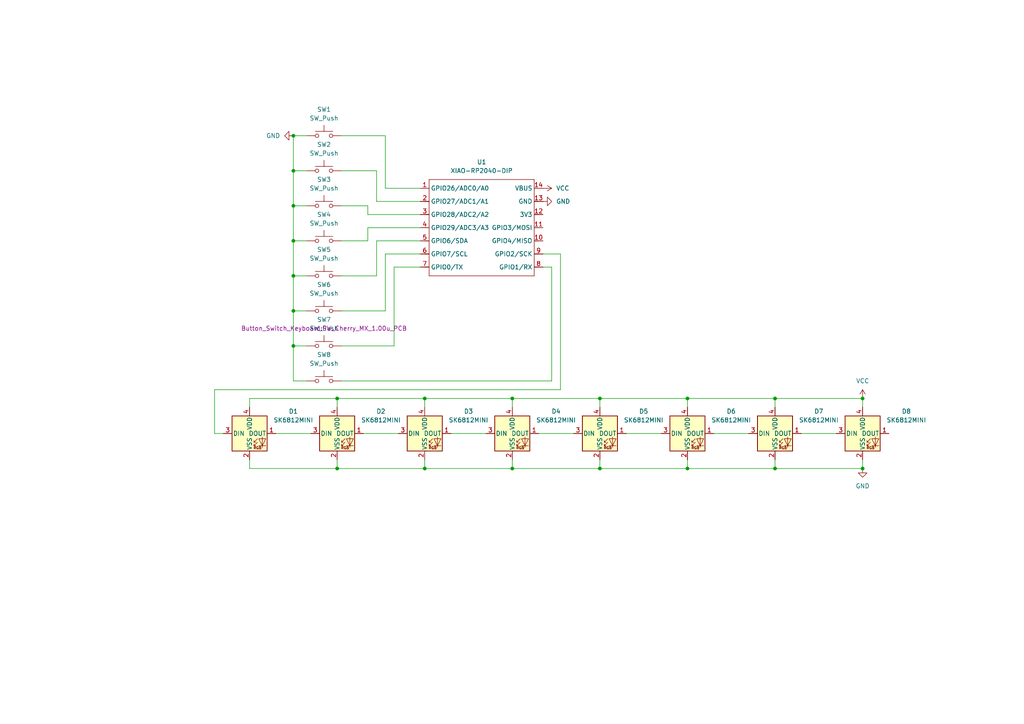
<source format=kicad_sch>
(kicad_sch
	(version 20250114)
	(generator "eeschema")
	(generator_version "9.0")
	(uuid "1a226a77-39ed-4998-b557-2b3f38a22722")
	(paper "A4")
	(title_block
		(title "arin's Soundpad")
		(date "2025-12-24")
		(rev "1.0")
	)
	(lib_symbols
		(symbol "LED:SK6812MINI"
			(pin_names
				(offset 0.254)
			)
			(exclude_from_sim no)
			(in_bom yes)
			(on_board yes)
			(property "Reference" "D"
				(at 5.08 5.715 0)
				(effects
					(font
						(size 1.27 1.27)
					)
					(justify right bottom)
				)
			)
			(property "Value" "SK6812MINI"
				(at 1.27 -5.715 0)
				(effects
					(font
						(size 1.27 1.27)
					)
					(justify left top)
				)
			)
			(property "Footprint" "LED_SMD:LED_SK6812MINI_PLCC4_3.5x3.5mm_P1.75mm"
				(at 1.27 -7.62 0)
				(effects
					(font
						(size 1.27 1.27)
					)
					(justify left top)
					(hide yes)
				)
			)
			(property "Datasheet" "https://cdn-shop.adafruit.com/product-files/2686/SK6812MINI_REV.01-1-2.pdf"
				(at 2.54 -9.525 0)
				(effects
					(font
						(size 1.27 1.27)
					)
					(justify left top)
					(hide yes)
				)
			)
			(property "Description" "RGB LED with integrated controller"
				(at 0 0 0)
				(effects
					(font
						(size 1.27 1.27)
					)
					(hide yes)
				)
			)
			(property "ki_keywords" "RGB LED NeoPixel Mini addressable"
				(at 0 0 0)
				(effects
					(font
						(size 1.27 1.27)
					)
					(hide yes)
				)
			)
			(property "ki_fp_filters" "LED*SK6812MINI*PLCC*3.5x3.5mm*P1.75mm*"
				(at 0 0 0)
				(effects
					(font
						(size 1.27 1.27)
					)
					(hide yes)
				)
			)
			(symbol "SK6812MINI_0_0"
				(text "RGB"
					(at 2.286 -4.191 0)
					(effects
						(font
							(size 0.762 0.762)
						)
					)
				)
			)
			(symbol "SK6812MINI_0_1"
				(polyline
					(pts
						(xy 1.27 -2.54) (xy 1.778 -2.54)
					)
					(stroke
						(width 0)
						(type default)
					)
					(fill
						(type none)
					)
				)
				(polyline
					(pts
						(xy 1.27 -3.556) (xy 1.778 -3.556)
					)
					(stroke
						(width 0)
						(type default)
					)
					(fill
						(type none)
					)
				)
				(polyline
					(pts
						(xy 2.286 -1.524) (xy 1.27 -2.54) (xy 1.27 -2.032)
					)
					(stroke
						(width 0)
						(type default)
					)
					(fill
						(type none)
					)
				)
				(polyline
					(pts
						(xy 2.286 -2.54) (xy 1.27 -3.556) (xy 1.27 -3.048)
					)
					(stroke
						(width 0)
						(type default)
					)
					(fill
						(type none)
					)
				)
				(polyline
					(pts
						(xy 3.683 -1.016) (xy 3.683 -3.556) (xy 3.683 -4.064)
					)
					(stroke
						(width 0)
						(type default)
					)
					(fill
						(type none)
					)
				)
				(polyline
					(pts
						(xy 4.699 -1.524) (xy 2.667 -1.524) (xy 3.683 -3.556) (xy 4.699 -1.524)
					)
					(stroke
						(width 0)
						(type default)
					)
					(fill
						(type none)
					)
				)
				(polyline
					(pts
						(xy 4.699 -3.556) (xy 2.667 -3.556)
					)
					(stroke
						(width 0)
						(type default)
					)
					(fill
						(type none)
					)
				)
				(rectangle
					(start 5.08 5.08)
					(end -5.08 -5.08)
					(stroke
						(width 0.254)
						(type default)
					)
					(fill
						(type background)
					)
				)
			)
			(symbol "SK6812MINI_1_1"
				(pin input line
					(at -7.62 0 0)
					(length 2.54)
					(name "DIN"
						(effects
							(font
								(size 1.27 1.27)
							)
						)
					)
					(number "3"
						(effects
							(font
								(size 1.27 1.27)
							)
						)
					)
				)
				(pin power_in line
					(at 0 7.62 270)
					(length 2.54)
					(name "VDD"
						(effects
							(font
								(size 1.27 1.27)
							)
						)
					)
					(number "4"
						(effects
							(font
								(size 1.27 1.27)
							)
						)
					)
				)
				(pin power_in line
					(at 0 -7.62 90)
					(length 2.54)
					(name "VSS"
						(effects
							(font
								(size 1.27 1.27)
							)
						)
					)
					(number "2"
						(effects
							(font
								(size 1.27 1.27)
							)
						)
					)
				)
				(pin output line
					(at 7.62 0 180)
					(length 2.54)
					(name "DOUT"
						(effects
							(font
								(size 1.27 1.27)
							)
						)
					)
					(number "1"
						(effects
							(font
								(size 1.27 1.27)
							)
						)
					)
				)
			)
			(embedded_fonts no)
		)
		(symbol "OPL Lib:XIAO-RP2040-DIP"
			(exclude_from_sim no)
			(in_bom yes)
			(on_board yes)
			(property "Reference" "U"
				(at 0 0 0)
				(effects
					(font
						(size 1.27 1.27)
					)
				)
			)
			(property "Value" "XIAO-RP2040-DIP"
				(at 5.334 -1.778 0)
				(effects
					(font
						(size 1.27 1.27)
					)
				)
			)
			(property "Footprint" "Module:MOUDLE14P-XIAO-DIP-SMD"
				(at 14.478 -32.258 0)
				(effects
					(font
						(size 1.27 1.27)
					)
					(hide yes)
				)
			)
			(property "Datasheet" ""
				(at 0 0 0)
				(effects
					(font
						(size 1.27 1.27)
					)
					(hide yes)
				)
			)
			(property "Description" ""
				(at 0 0 0)
				(effects
					(font
						(size 1.27 1.27)
					)
					(hide yes)
				)
			)
			(symbol "XIAO-RP2040-DIP_1_0"
				(polyline
					(pts
						(xy -1.27 -2.54) (xy 29.21 -2.54)
					)
					(stroke
						(width 0.1524)
						(type solid)
					)
					(fill
						(type none)
					)
				)
				(polyline
					(pts
						(xy -1.27 -5.08) (xy -2.54 -5.08)
					)
					(stroke
						(width 0.1524)
						(type solid)
					)
					(fill
						(type none)
					)
				)
				(polyline
					(pts
						(xy -1.27 -5.08) (xy -1.27 -2.54)
					)
					(stroke
						(width 0.1524)
						(type solid)
					)
					(fill
						(type none)
					)
				)
				(polyline
					(pts
						(xy -1.27 -8.89) (xy -2.54 -8.89)
					)
					(stroke
						(width 0.1524)
						(type solid)
					)
					(fill
						(type none)
					)
				)
				(polyline
					(pts
						(xy -1.27 -8.89) (xy -1.27 -5.08)
					)
					(stroke
						(width 0.1524)
						(type solid)
					)
					(fill
						(type none)
					)
				)
				(polyline
					(pts
						(xy -1.27 -12.7) (xy -2.54 -12.7)
					)
					(stroke
						(width 0.1524)
						(type solid)
					)
					(fill
						(type none)
					)
				)
				(polyline
					(pts
						(xy -1.27 -12.7) (xy -1.27 -8.89)
					)
					(stroke
						(width 0.1524)
						(type solid)
					)
					(fill
						(type none)
					)
				)
				(polyline
					(pts
						(xy -1.27 -16.51) (xy -2.54 -16.51)
					)
					(stroke
						(width 0.1524)
						(type solid)
					)
					(fill
						(type none)
					)
				)
				(polyline
					(pts
						(xy -1.27 -16.51) (xy -1.27 -12.7)
					)
					(stroke
						(width 0.1524)
						(type solid)
					)
					(fill
						(type none)
					)
				)
				(polyline
					(pts
						(xy -1.27 -20.32) (xy -2.54 -20.32)
					)
					(stroke
						(width 0.1524)
						(type solid)
					)
					(fill
						(type none)
					)
				)
				(polyline
					(pts
						(xy -1.27 -24.13) (xy -2.54 -24.13)
					)
					(stroke
						(width 0.1524)
						(type solid)
					)
					(fill
						(type none)
					)
				)
				(polyline
					(pts
						(xy -1.27 -27.94) (xy -2.54 -27.94)
					)
					(stroke
						(width 0.1524)
						(type solid)
					)
					(fill
						(type none)
					)
				)
				(polyline
					(pts
						(xy -1.27 -30.48) (xy -1.27 -16.51)
					)
					(stroke
						(width 0.1524)
						(type solid)
					)
					(fill
						(type none)
					)
				)
				(polyline
					(pts
						(xy 29.21 -2.54) (xy 29.21 -5.08)
					)
					(stroke
						(width 0.1524)
						(type solid)
					)
					(fill
						(type none)
					)
				)
				(polyline
					(pts
						(xy 29.21 -5.08) (xy 29.21 -8.89)
					)
					(stroke
						(width 0.1524)
						(type solid)
					)
					(fill
						(type none)
					)
				)
				(polyline
					(pts
						(xy 29.21 -8.89) (xy 29.21 -12.7)
					)
					(stroke
						(width 0.1524)
						(type solid)
					)
					(fill
						(type none)
					)
				)
				(polyline
					(pts
						(xy 29.21 -12.7) (xy 29.21 -30.48)
					)
					(stroke
						(width 0.1524)
						(type solid)
					)
					(fill
						(type none)
					)
				)
				(polyline
					(pts
						(xy 29.21 -30.48) (xy -1.27 -30.48)
					)
					(stroke
						(width 0.1524)
						(type solid)
					)
					(fill
						(type none)
					)
				)
				(polyline
					(pts
						(xy 30.48 -5.08) (xy 29.21 -5.08)
					)
					(stroke
						(width 0.1524)
						(type solid)
					)
					(fill
						(type none)
					)
				)
				(polyline
					(pts
						(xy 30.48 -8.89) (xy 29.21 -8.89)
					)
					(stroke
						(width 0.1524)
						(type solid)
					)
					(fill
						(type none)
					)
				)
				(polyline
					(pts
						(xy 30.48 -12.7) (xy 29.21 -12.7)
					)
					(stroke
						(width 0.1524)
						(type solid)
					)
					(fill
						(type none)
					)
				)
				(polyline
					(pts
						(xy 30.48 -16.51) (xy 29.21 -16.51)
					)
					(stroke
						(width 0.1524)
						(type solid)
					)
					(fill
						(type none)
					)
				)
				(polyline
					(pts
						(xy 30.48 -20.32) (xy 29.21 -20.32)
					)
					(stroke
						(width 0.1524)
						(type solid)
					)
					(fill
						(type none)
					)
				)
				(polyline
					(pts
						(xy 30.48 -24.13) (xy 29.21 -24.13)
					)
					(stroke
						(width 0.1524)
						(type solid)
					)
					(fill
						(type none)
					)
				)
				(polyline
					(pts
						(xy 30.48 -27.94) (xy 29.21 -27.94)
					)
					(stroke
						(width 0.1524)
						(type solid)
					)
					(fill
						(type none)
					)
				)
				(pin passive line
					(at -3.81 -5.08 0)
					(length 2.54)
					(name "GPIO26/ADC0/A0"
						(effects
							(font
								(size 1.27 1.27)
							)
						)
					)
					(number "1"
						(effects
							(font
								(size 1.27 1.27)
							)
						)
					)
				)
				(pin passive line
					(at -3.81 -8.89 0)
					(length 2.54)
					(name "GPIO27/ADC1/A1"
						(effects
							(font
								(size 1.27 1.27)
							)
						)
					)
					(number "2"
						(effects
							(font
								(size 1.27 1.27)
							)
						)
					)
				)
				(pin passive line
					(at -3.81 -12.7 0)
					(length 2.54)
					(name "GPIO28/ADC2/A2"
						(effects
							(font
								(size 1.27 1.27)
							)
						)
					)
					(number "3"
						(effects
							(font
								(size 1.27 1.27)
							)
						)
					)
				)
				(pin passive line
					(at -3.81 -16.51 0)
					(length 2.54)
					(name "GPIO29/ADC3/A3"
						(effects
							(font
								(size 1.27 1.27)
							)
						)
					)
					(number "4"
						(effects
							(font
								(size 1.27 1.27)
							)
						)
					)
				)
				(pin passive line
					(at -3.81 -20.32 0)
					(length 2.54)
					(name "GPIO6/SDA"
						(effects
							(font
								(size 1.27 1.27)
							)
						)
					)
					(number "5"
						(effects
							(font
								(size 1.27 1.27)
							)
						)
					)
				)
				(pin passive line
					(at -3.81 -24.13 0)
					(length 2.54)
					(name "GPIO7/SCL"
						(effects
							(font
								(size 1.27 1.27)
							)
						)
					)
					(number "6"
						(effects
							(font
								(size 1.27 1.27)
							)
						)
					)
				)
				(pin passive line
					(at -3.81 -27.94 0)
					(length 2.54)
					(name "GPIO0/TX"
						(effects
							(font
								(size 1.27 1.27)
							)
						)
					)
					(number "7"
						(effects
							(font
								(size 1.27 1.27)
							)
						)
					)
				)
				(pin passive line
					(at 31.75 -5.08 180)
					(length 2.54)
					(name "VBUS"
						(effects
							(font
								(size 1.27 1.27)
							)
						)
					)
					(number "14"
						(effects
							(font
								(size 1.27 1.27)
							)
						)
					)
				)
				(pin passive line
					(at 31.75 -8.89 180)
					(length 2.54)
					(name "GND"
						(effects
							(font
								(size 1.27 1.27)
							)
						)
					)
					(number "13"
						(effects
							(font
								(size 1.27 1.27)
							)
						)
					)
				)
				(pin passive line
					(at 31.75 -12.7 180)
					(length 2.54)
					(name "3V3"
						(effects
							(font
								(size 1.27 1.27)
							)
						)
					)
					(number "12"
						(effects
							(font
								(size 1.27 1.27)
							)
						)
					)
				)
				(pin passive line
					(at 31.75 -16.51 180)
					(length 2.54)
					(name "GPIO3/MOSI"
						(effects
							(font
								(size 1.27 1.27)
							)
						)
					)
					(number "11"
						(effects
							(font
								(size 1.27 1.27)
							)
						)
					)
				)
				(pin passive line
					(at 31.75 -20.32 180)
					(length 2.54)
					(name "GPIO4/MISO"
						(effects
							(font
								(size 1.27 1.27)
							)
						)
					)
					(number "10"
						(effects
							(font
								(size 1.27 1.27)
							)
						)
					)
				)
				(pin passive line
					(at 31.75 -24.13 180)
					(length 2.54)
					(name "GPIO2/SCK"
						(effects
							(font
								(size 1.27 1.27)
							)
						)
					)
					(number "9"
						(effects
							(font
								(size 1.27 1.27)
							)
						)
					)
				)
				(pin passive line
					(at 31.75 -27.94 180)
					(length 2.54)
					(name "GPIO1/RX"
						(effects
							(font
								(size 1.27 1.27)
							)
						)
					)
					(number "8"
						(effects
							(font
								(size 1.27 1.27)
							)
						)
					)
				)
			)
			(embedded_fonts no)
		)
		(symbol "Switch:SW_Push"
			(pin_numbers
				(hide yes)
			)
			(pin_names
				(offset 1.016)
				(hide yes)
			)
			(exclude_from_sim no)
			(in_bom yes)
			(on_board yes)
			(property "Reference" "SW"
				(at 1.27 2.54 0)
				(effects
					(font
						(size 1.27 1.27)
					)
					(justify left)
				)
			)
			(property "Value" "SW_Push"
				(at 0 -1.524 0)
				(effects
					(font
						(size 1.27 1.27)
					)
				)
			)
			(property "Footprint" ""
				(at 0 5.08 0)
				(effects
					(font
						(size 1.27 1.27)
					)
					(hide yes)
				)
			)
			(property "Datasheet" "~"
				(at 0 5.08 0)
				(effects
					(font
						(size 1.27 1.27)
					)
					(hide yes)
				)
			)
			(property "Description" "Push button switch, generic, two pins"
				(at 0 0 0)
				(effects
					(font
						(size 1.27 1.27)
					)
					(hide yes)
				)
			)
			(property "ki_keywords" "switch normally-open pushbutton push-button"
				(at 0 0 0)
				(effects
					(font
						(size 1.27 1.27)
					)
					(hide yes)
				)
			)
			(symbol "SW_Push_0_1"
				(circle
					(center -2.032 0)
					(radius 0.508)
					(stroke
						(width 0)
						(type default)
					)
					(fill
						(type none)
					)
				)
				(polyline
					(pts
						(xy 0 1.27) (xy 0 3.048)
					)
					(stroke
						(width 0)
						(type default)
					)
					(fill
						(type none)
					)
				)
				(circle
					(center 2.032 0)
					(radius 0.508)
					(stroke
						(width 0)
						(type default)
					)
					(fill
						(type none)
					)
				)
				(polyline
					(pts
						(xy 2.54 1.27) (xy -2.54 1.27)
					)
					(stroke
						(width 0)
						(type default)
					)
					(fill
						(type none)
					)
				)
				(pin passive line
					(at -5.08 0 0)
					(length 2.54)
					(name "1"
						(effects
							(font
								(size 1.27 1.27)
							)
						)
					)
					(number "1"
						(effects
							(font
								(size 1.27 1.27)
							)
						)
					)
				)
				(pin passive line
					(at 5.08 0 180)
					(length 2.54)
					(name "2"
						(effects
							(font
								(size 1.27 1.27)
							)
						)
					)
					(number "2"
						(effects
							(font
								(size 1.27 1.27)
							)
						)
					)
				)
			)
			(embedded_fonts no)
		)
		(symbol "power:GND"
			(power)
			(pin_numbers
				(hide yes)
			)
			(pin_names
				(offset 0)
				(hide yes)
			)
			(exclude_from_sim no)
			(in_bom yes)
			(on_board yes)
			(property "Reference" "#PWR"
				(at 0 -6.35 0)
				(effects
					(font
						(size 1.27 1.27)
					)
					(hide yes)
				)
			)
			(property "Value" "GND"
				(at 0 -3.81 0)
				(effects
					(font
						(size 1.27 1.27)
					)
				)
			)
			(property "Footprint" ""
				(at 0 0 0)
				(effects
					(font
						(size 1.27 1.27)
					)
					(hide yes)
				)
			)
			(property "Datasheet" ""
				(at 0 0 0)
				(effects
					(font
						(size 1.27 1.27)
					)
					(hide yes)
				)
			)
			(property "Description" "Power symbol creates a global label with name \"GND\" , ground"
				(at 0 0 0)
				(effects
					(font
						(size 1.27 1.27)
					)
					(hide yes)
				)
			)
			(property "ki_keywords" "global power"
				(at 0 0 0)
				(effects
					(font
						(size 1.27 1.27)
					)
					(hide yes)
				)
			)
			(symbol "GND_0_1"
				(polyline
					(pts
						(xy 0 0) (xy 0 -1.27) (xy 1.27 -1.27) (xy 0 -2.54) (xy -1.27 -1.27) (xy 0 -1.27)
					)
					(stroke
						(width 0)
						(type default)
					)
					(fill
						(type none)
					)
				)
			)
			(symbol "GND_1_1"
				(pin power_in line
					(at 0 0 270)
					(length 0)
					(name "~"
						(effects
							(font
								(size 1.27 1.27)
							)
						)
					)
					(number "1"
						(effects
							(font
								(size 1.27 1.27)
							)
						)
					)
				)
			)
			(embedded_fonts no)
		)
		(symbol "power:VCC"
			(power)
			(pin_numbers
				(hide yes)
			)
			(pin_names
				(offset 0)
				(hide yes)
			)
			(exclude_from_sim no)
			(in_bom yes)
			(on_board yes)
			(property "Reference" "#PWR"
				(at 0 -3.81 0)
				(effects
					(font
						(size 1.27 1.27)
					)
					(hide yes)
				)
			)
			(property "Value" "VCC"
				(at 0 3.556 0)
				(effects
					(font
						(size 1.27 1.27)
					)
				)
			)
			(property "Footprint" ""
				(at 0 0 0)
				(effects
					(font
						(size 1.27 1.27)
					)
					(hide yes)
				)
			)
			(property "Datasheet" ""
				(at 0 0 0)
				(effects
					(font
						(size 1.27 1.27)
					)
					(hide yes)
				)
			)
			(property "Description" "Power symbol creates a global label with name \"VCC\""
				(at 0 0 0)
				(effects
					(font
						(size 1.27 1.27)
					)
					(hide yes)
				)
			)
			(property "ki_keywords" "global power"
				(at 0 0 0)
				(effects
					(font
						(size 1.27 1.27)
					)
					(hide yes)
				)
			)
			(symbol "VCC_0_1"
				(polyline
					(pts
						(xy -0.762 1.27) (xy 0 2.54)
					)
					(stroke
						(width 0)
						(type default)
					)
					(fill
						(type none)
					)
				)
				(polyline
					(pts
						(xy 0 2.54) (xy 0.762 1.27)
					)
					(stroke
						(width 0)
						(type default)
					)
					(fill
						(type none)
					)
				)
				(polyline
					(pts
						(xy 0 0) (xy 0 2.54)
					)
					(stroke
						(width 0)
						(type default)
					)
					(fill
						(type none)
					)
				)
			)
			(symbol "VCC_1_1"
				(pin power_in line
					(at 0 0 90)
					(length 0)
					(name "~"
						(effects
							(font
								(size 1.27 1.27)
							)
						)
					)
					(number "1"
						(effects
							(font
								(size 1.27 1.27)
							)
						)
					)
				)
			)
			(embedded_fonts no)
		)
	)
	(junction
		(at 148.59 115.57)
		(diameter 0)
		(color 0 0 0 0)
		(uuid "2b0c8b92-488a-435d-84ee-ad989d931b1b")
	)
	(junction
		(at 173.99 135.89)
		(diameter 0)
		(color 0 0 0 0)
		(uuid "31c88825-c8df-4a28-906a-16b8b1d2baea")
	)
	(junction
		(at 148.59 135.89)
		(diameter 0)
		(color 0 0 0 0)
		(uuid "54178a30-8cf1-485b-9aa5-91e3842d6e22")
	)
	(junction
		(at 250.19 115.57)
		(diameter 0)
		(color 0 0 0 0)
		(uuid "69f846bb-01af-49da-ab4c-a22b6322be35")
	)
	(junction
		(at 173.99 115.57)
		(diameter 0)
		(color 0 0 0 0)
		(uuid "6e33bc10-46d7-47f5-9f67-a832cefdd954")
	)
	(junction
		(at 97.79 135.89)
		(diameter 0)
		(color 0 0 0 0)
		(uuid "7388e930-0782-4c96-ae7c-2b2ae1f8b5d0")
	)
	(junction
		(at 123.19 115.57)
		(diameter 0)
		(color 0 0 0 0)
		(uuid "87417b5e-d25f-4fa5-a579-26181bdbe8a4")
	)
	(junction
		(at 199.39 115.57)
		(diameter 0)
		(color 0 0 0 0)
		(uuid "89dfce72-a3a1-48bb-bbb8-30895b91acee")
	)
	(junction
		(at 85.09 69.85)
		(diameter 0)
		(color 0 0 0 0)
		(uuid "9782e913-c8a7-4985-a95f-39bf878248ce")
	)
	(junction
		(at 85.09 39.37)
		(diameter 0)
		(color 0 0 0 0)
		(uuid "9d3d530b-675d-4d71-a873-14aaec903316")
	)
	(junction
		(at 97.79 115.57)
		(diameter 0)
		(color 0 0 0 0)
		(uuid "a4caf316-b2a8-4afc-adc7-d09ee11d8f02")
	)
	(junction
		(at 224.79 135.89)
		(diameter 0)
		(color 0 0 0 0)
		(uuid "a8a498ce-b7bb-4846-b3dc-fa3d8c966ed7")
	)
	(junction
		(at 199.39 135.89)
		(diameter 0)
		(color 0 0 0 0)
		(uuid "b2c1c929-3cc0-4baa-8845-d2bf3bf8f3d1")
	)
	(junction
		(at 85.09 49.53)
		(diameter 0)
		(color 0 0 0 0)
		(uuid "b74b76eb-65fe-4166-982c-b8adcab4e745")
	)
	(junction
		(at 85.09 90.17)
		(diameter 0)
		(color 0 0 0 0)
		(uuid "d468067c-7a78-4b94-aba7-fa7bbf6256e8")
	)
	(junction
		(at 123.19 135.89)
		(diameter 0)
		(color 0 0 0 0)
		(uuid "def36de2-f199-4a73-8315-d2c58c483c7a")
	)
	(junction
		(at 250.19 135.89)
		(diameter 0)
		(color 0 0 0 0)
		(uuid "e03df3ac-c934-40bf-b391-f3b5169556e2")
	)
	(junction
		(at 224.79 115.57)
		(diameter 0)
		(color 0 0 0 0)
		(uuid "e88c667b-8d3e-4817-86aa-8cd4e6c4d674")
	)
	(junction
		(at 85.09 100.33)
		(diameter 0)
		(color 0 0 0 0)
		(uuid "e8c75dfa-195e-42d0-a11b-e12a838f10c9")
	)
	(junction
		(at 85.09 59.69)
		(diameter 0)
		(color 0 0 0 0)
		(uuid "ed8cebcc-8e88-4326-8758-195338be7d20")
	)
	(junction
		(at 85.09 80.01)
		(diameter 0)
		(color 0 0 0 0)
		(uuid "efd83b81-a89f-4de2-bfdd-b901e267dffc")
	)
	(wire
		(pts
			(xy 156.21 125.73) (xy 166.37 125.73)
		)
		(stroke
			(width 0)
			(type default)
		)
		(uuid "058aebda-a4ba-407a-8450-3d77a3936cc0")
	)
	(wire
		(pts
			(xy 99.06 49.53) (xy 109.22 49.53)
		)
		(stroke
			(width 0)
			(type default)
		)
		(uuid "060fae70-7e50-498c-ab0b-f8f98976339c")
	)
	(wire
		(pts
			(xy 109.22 80.01) (xy 99.06 80.01)
		)
		(stroke
			(width 0)
			(type default)
		)
		(uuid "0a33eedd-2c32-4019-abe3-86ac8ffcf009")
	)
	(wire
		(pts
			(xy 99.06 39.37) (xy 111.76 39.37)
		)
		(stroke
			(width 0)
			(type default)
		)
		(uuid "12e38f75-de67-4d69-9554-2e3ff15b93ca")
	)
	(wire
		(pts
			(xy 85.09 49.53) (xy 85.09 59.69)
		)
		(stroke
			(width 0)
			(type default)
		)
		(uuid "132be085-08ee-4fe1-95d6-16ea8f74bab1")
	)
	(wire
		(pts
			(xy 123.19 133.35) (xy 123.19 135.89)
		)
		(stroke
			(width 0)
			(type default)
		)
		(uuid "1431e1c4-97c3-4226-b6c5-9294f48558b1")
	)
	(wire
		(pts
			(xy 72.39 118.11) (xy 72.39 115.57)
		)
		(stroke
			(width 0)
			(type default)
		)
		(uuid "1b643d67-b35c-4bb7-afd1-31a32d1a32b6")
	)
	(wire
		(pts
			(xy 97.79 115.57) (xy 123.19 115.57)
		)
		(stroke
			(width 0)
			(type default)
		)
		(uuid "2698112c-b638-41bb-a990-558f7648caa2")
	)
	(wire
		(pts
			(xy 250.19 135.89) (xy 224.79 135.89)
		)
		(stroke
			(width 0)
			(type default)
		)
		(uuid "2734de06-21b0-4517-9f37-f64c2e7b9e08")
	)
	(wire
		(pts
			(xy 97.79 118.11) (xy 97.79 115.57)
		)
		(stroke
			(width 0)
			(type default)
		)
		(uuid "29650fcb-0a8f-420a-a7e6-238e438f1de6")
	)
	(wire
		(pts
			(xy 62.23 125.73) (xy 62.23 113.03)
		)
		(stroke
			(width 0)
			(type default)
		)
		(uuid "2c4dd37d-5cf9-43b8-9a99-9a9b7f0b11fb")
	)
	(wire
		(pts
			(xy 85.09 90.17) (xy 85.09 100.33)
		)
		(stroke
			(width 0)
			(type default)
		)
		(uuid "2fd5b731-bab8-455b-bec4-6cec4a19c821")
	)
	(wire
		(pts
			(xy 199.39 135.89) (xy 224.79 135.89)
		)
		(stroke
			(width 0)
			(type default)
		)
		(uuid "341b771b-93e3-438e-abe7-1a5770ed7b8a")
	)
	(wire
		(pts
			(xy 99.06 100.33) (xy 114.3 100.33)
		)
		(stroke
			(width 0)
			(type default)
		)
		(uuid "3fa35ea7-71a5-4991-8563-7cc5de443ae7")
	)
	(wire
		(pts
			(xy 105.41 125.73) (xy 115.57 125.73)
		)
		(stroke
			(width 0)
			(type default)
		)
		(uuid "457507ff-aa8f-453b-8cec-ffd24d558883")
	)
	(wire
		(pts
			(xy 88.9 90.17) (xy 85.09 90.17)
		)
		(stroke
			(width 0)
			(type default)
		)
		(uuid "47a2135d-d149-427c-836e-b2f3ca2311e4")
	)
	(wire
		(pts
			(xy 97.79 135.89) (xy 123.19 135.89)
		)
		(stroke
			(width 0)
			(type default)
		)
		(uuid "47f27a1c-4965-4287-bfdf-f73b036fc300")
	)
	(wire
		(pts
			(xy 99.06 59.69) (xy 106.68 59.69)
		)
		(stroke
			(width 0)
			(type default)
		)
		(uuid "484984b9-d6aa-4d61-85d9-3204f3669795")
	)
	(wire
		(pts
			(xy 111.76 90.17) (xy 111.76 73.66)
		)
		(stroke
			(width 0)
			(type default)
		)
		(uuid "49033091-336f-43c5-8ff2-cb9baeeb1ee4")
	)
	(wire
		(pts
			(xy 121.92 69.85) (xy 109.22 69.85)
		)
		(stroke
			(width 0)
			(type default)
		)
		(uuid "4961f3a6-c741-44c5-a9c8-6f2a0b48abc7")
	)
	(wire
		(pts
			(xy 85.09 49.53) (xy 88.9 49.53)
		)
		(stroke
			(width 0)
			(type default)
		)
		(uuid "4ae0431e-3b51-448b-b0d9-b63a993af6ee")
	)
	(wire
		(pts
			(xy 173.99 118.11) (xy 173.99 115.57)
		)
		(stroke
			(width 0)
			(type default)
		)
		(uuid "50121c8a-bfdf-46aa-a68e-c73e7d4b5153")
	)
	(wire
		(pts
			(xy 250.19 115.57) (xy 224.79 115.57)
		)
		(stroke
			(width 0)
			(type default)
		)
		(uuid "51c74a27-009f-40aa-8828-b4199f9414da")
	)
	(wire
		(pts
			(xy 106.68 59.69) (xy 106.68 62.23)
		)
		(stroke
			(width 0)
			(type default)
		)
		(uuid "562f9f6b-a00a-49f6-96e0-39c62006b575")
	)
	(wire
		(pts
			(xy 232.41 125.73) (xy 242.57 125.73)
		)
		(stroke
			(width 0)
			(type default)
		)
		(uuid "5b110c2f-2c70-4d05-90d0-43c8bb77e9be")
	)
	(wire
		(pts
			(xy 148.59 115.57) (xy 173.99 115.57)
		)
		(stroke
			(width 0)
			(type default)
		)
		(uuid "5c5f947d-6e6a-4255-905d-825259e5f29f")
	)
	(wire
		(pts
			(xy 99.06 90.17) (xy 111.76 90.17)
		)
		(stroke
			(width 0)
			(type default)
		)
		(uuid "5f6fe110-a184-4176-935c-52bdc94457aa")
	)
	(wire
		(pts
			(xy 114.3 77.47) (xy 121.92 77.47)
		)
		(stroke
			(width 0)
			(type default)
		)
		(uuid "649cfb79-d502-4616-9fe2-b1c6c6ca4e55")
	)
	(wire
		(pts
			(xy 173.99 133.35) (xy 173.99 135.89)
		)
		(stroke
			(width 0)
			(type default)
		)
		(uuid "6b37a540-357d-41e9-97c6-dd5ab18572e5")
	)
	(wire
		(pts
			(xy 250.19 118.11) (xy 250.19 115.57)
		)
		(stroke
			(width 0)
			(type default)
		)
		(uuid "6d1b74ab-e6af-4a5d-956e-27631bc06284")
	)
	(wire
		(pts
			(xy 123.19 115.57) (xy 148.59 115.57)
		)
		(stroke
			(width 0)
			(type default)
		)
		(uuid "6db22224-ad72-41c0-adac-3febf2c31904")
	)
	(wire
		(pts
			(xy 207.01 125.73) (xy 217.17 125.73)
		)
		(stroke
			(width 0)
			(type default)
		)
		(uuid "6fe19e78-fc5e-4da7-98fa-e0a16782ded9")
	)
	(wire
		(pts
			(xy 80.01 125.73) (xy 90.17 125.73)
		)
		(stroke
			(width 0)
			(type default)
		)
		(uuid "7159e0e0-503c-4976-8689-4bf98ed9658a")
	)
	(wire
		(pts
			(xy 173.99 135.89) (xy 199.39 135.89)
		)
		(stroke
			(width 0)
			(type default)
		)
		(uuid "719c1c2d-0bd5-4f79-b959-0c5bcce397fb")
	)
	(wire
		(pts
			(xy 106.68 62.23) (xy 121.92 62.23)
		)
		(stroke
			(width 0)
			(type default)
		)
		(uuid "7672dd6a-f7ed-4f2e-b91f-4fe8396908aa")
	)
	(wire
		(pts
			(xy 148.59 133.35) (xy 148.59 135.89)
		)
		(stroke
			(width 0)
			(type default)
		)
		(uuid "7725505f-99fd-4400-977f-65c791150d28")
	)
	(wire
		(pts
			(xy 109.22 49.53) (xy 109.22 58.42)
		)
		(stroke
			(width 0)
			(type default)
		)
		(uuid "7f739bf3-40b8-419e-9fc7-07f418d64c66")
	)
	(wire
		(pts
			(xy 72.39 115.57) (xy 97.79 115.57)
		)
		(stroke
			(width 0)
			(type default)
		)
		(uuid "81446182-f5b0-458c-a1ef-9d59b0a4b7a2")
	)
	(wire
		(pts
			(xy 130.81 125.73) (xy 140.97 125.73)
		)
		(stroke
			(width 0)
			(type default)
		)
		(uuid "841a4c99-e58b-4801-bac9-d91dddf210ed")
	)
	(wire
		(pts
			(xy 85.09 100.33) (xy 85.09 110.49)
		)
		(stroke
			(width 0)
			(type default)
		)
		(uuid "84a5a78c-b4aa-4aca-a537-f7636d13a8ff")
	)
	(wire
		(pts
			(xy 224.79 115.57) (xy 224.79 118.11)
		)
		(stroke
			(width 0)
			(type default)
		)
		(uuid "855d8c39-f005-4e29-8fe4-34ff2d73865d")
	)
	(wire
		(pts
			(xy 148.59 135.89) (xy 173.99 135.89)
		)
		(stroke
			(width 0)
			(type default)
		)
		(uuid "881293e0-d686-4f95-946c-885f1116156c")
	)
	(wire
		(pts
			(xy 72.39 135.89) (xy 97.79 135.89)
		)
		(stroke
			(width 0)
			(type default)
		)
		(uuid "8c333e3b-6668-42f3-b3ce-a30777164a22")
	)
	(wire
		(pts
			(xy 123.19 135.89) (xy 148.59 135.89)
		)
		(stroke
			(width 0)
			(type default)
		)
		(uuid "8c3ade42-191b-4fb4-b629-1a5828d5976a")
	)
	(wire
		(pts
			(xy 114.3 100.33) (xy 114.3 77.47)
		)
		(stroke
			(width 0)
			(type default)
		)
		(uuid "8c7b38cd-3df3-47d8-ac99-9613ba09b092")
	)
	(wire
		(pts
			(xy 162.56 73.66) (xy 157.48 73.66)
		)
		(stroke
			(width 0)
			(type default)
		)
		(uuid "8cec1bee-84f8-4838-8803-1838163cd480")
	)
	(wire
		(pts
			(xy 85.09 59.69) (xy 85.09 69.85)
		)
		(stroke
			(width 0)
			(type default)
		)
		(uuid "8da070ad-c54a-4216-b349-c4a62797fe0a")
	)
	(wire
		(pts
			(xy 148.59 118.11) (xy 148.59 115.57)
		)
		(stroke
			(width 0)
			(type default)
		)
		(uuid "95dc394c-ccd3-48e4-a537-8f0b67f83a21")
	)
	(wire
		(pts
			(xy 157.48 77.47) (xy 160.02 77.47)
		)
		(stroke
			(width 0)
			(type default)
		)
		(uuid "9c05f384-7fee-4215-8768-d37856afe03f")
	)
	(wire
		(pts
			(xy 72.39 133.35) (xy 72.39 135.89)
		)
		(stroke
			(width 0)
			(type default)
		)
		(uuid "9f5e97fe-73e5-4b57-97d7-c65d4cd89331")
	)
	(wire
		(pts
			(xy 250.19 133.35) (xy 250.19 135.89)
		)
		(stroke
			(width 0)
			(type default)
		)
		(uuid "a0d60256-d56e-4837-84c3-ac7fb89d6dbe")
	)
	(wire
		(pts
			(xy 111.76 54.61) (xy 121.92 54.61)
		)
		(stroke
			(width 0)
			(type default)
		)
		(uuid "a4c675dc-5aa8-4119-aee4-bb440bed2054")
	)
	(wire
		(pts
			(xy 173.99 115.57) (xy 199.39 115.57)
		)
		(stroke
			(width 0)
			(type default)
		)
		(uuid "a5bde06a-3279-4abe-b482-a762ad4622ee")
	)
	(wire
		(pts
			(xy 88.9 110.49) (xy 85.09 110.49)
		)
		(stroke
			(width 0)
			(type default)
		)
		(uuid "a5c9fd9d-b265-4c1f-844e-020c39d2c9de")
	)
	(wire
		(pts
			(xy 85.09 80.01) (xy 85.09 90.17)
		)
		(stroke
			(width 0)
			(type default)
		)
		(uuid "a70e285e-162a-4a6b-9190-9a268bc5184a")
	)
	(wire
		(pts
			(xy 160.02 77.47) (xy 160.02 110.49)
		)
		(stroke
			(width 0)
			(type default)
		)
		(uuid "a8d2b909-0cb2-4ae2-b4fd-7d059dfb325f")
	)
	(wire
		(pts
			(xy 199.39 115.57) (xy 224.79 115.57)
		)
		(stroke
			(width 0)
			(type default)
		)
		(uuid "aa9f8811-ec0e-429d-9cf5-f2a52c27f3ff")
	)
	(wire
		(pts
			(xy 62.23 113.03) (xy 162.56 113.03)
		)
		(stroke
			(width 0)
			(type default)
		)
		(uuid "aab81117-f1ac-4688-b3d8-4a4cdfe806d2")
	)
	(wire
		(pts
			(xy 111.76 73.66) (xy 121.92 73.66)
		)
		(stroke
			(width 0)
			(type default)
		)
		(uuid "af278326-6bbe-440d-9d8a-9a84e90de005")
	)
	(wire
		(pts
			(xy 88.9 59.69) (xy 85.09 59.69)
		)
		(stroke
			(width 0)
			(type default)
		)
		(uuid "af6e4994-ae94-48ab-8ee6-07c5f93b37cf")
	)
	(wire
		(pts
			(xy 88.9 100.33) (xy 85.09 100.33)
		)
		(stroke
			(width 0)
			(type default)
		)
		(uuid "b0106f1e-6fe9-44a8-8815-129bb0b27c70")
	)
	(wire
		(pts
			(xy 224.79 135.89) (xy 224.79 133.35)
		)
		(stroke
			(width 0)
			(type default)
		)
		(uuid "b3e0ceb6-ea32-40c1-a3c1-22ccaf840302")
	)
	(wire
		(pts
			(xy 181.61 125.73) (xy 191.77 125.73)
		)
		(stroke
			(width 0)
			(type default)
		)
		(uuid "bc49885e-8370-4f21-8ae3-d640ed550a4a")
	)
	(wire
		(pts
			(xy 99.06 69.85) (xy 106.68 69.85)
		)
		(stroke
			(width 0)
			(type default)
		)
		(uuid "c046545d-1dff-4077-9729-ef67cb274e91")
	)
	(wire
		(pts
			(xy 64.77 125.73) (xy 62.23 125.73)
		)
		(stroke
			(width 0)
			(type default)
		)
		(uuid "c64f4eff-42cc-46eb-9e01-8cf50e48acdc")
	)
	(wire
		(pts
			(xy 109.22 58.42) (xy 121.92 58.42)
		)
		(stroke
			(width 0)
			(type default)
		)
		(uuid "c8e8cc90-861f-475c-9cb3-7c5bc65cb728")
	)
	(wire
		(pts
			(xy 160.02 110.49) (xy 99.06 110.49)
		)
		(stroke
			(width 0)
			(type default)
		)
		(uuid "cc1ac351-1fba-4fe4-ae59-f4b9ecec40c7")
	)
	(wire
		(pts
			(xy 123.19 118.11) (xy 123.19 115.57)
		)
		(stroke
			(width 0)
			(type default)
		)
		(uuid "cf31b935-0ae2-4e12-be21-41d4a70c3167")
	)
	(wire
		(pts
			(xy 88.9 80.01) (xy 85.09 80.01)
		)
		(stroke
			(width 0)
			(type default)
		)
		(uuid "cfe5dfc5-ac44-47a7-a0ad-61c3c9b0738d")
	)
	(wire
		(pts
			(xy 109.22 69.85) (xy 109.22 80.01)
		)
		(stroke
			(width 0)
			(type default)
		)
		(uuid "d49b3b7e-a891-4ccc-b05b-0350eefbf23d")
	)
	(wire
		(pts
			(xy 85.09 39.37) (xy 85.09 49.53)
		)
		(stroke
			(width 0)
			(type default)
		)
		(uuid "dba467bf-8117-4e56-81d6-f6c0dfc29024")
	)
	(wire
		(pts
			(xy 111.76 39.37) (xy 111.76 54.61)
		)
		(stroke
			(width 0)
			(type default)
		)
		(uuid "df0cc6ff-edd8-4e62-b5de-9611ed13add1")
	)
	(wire
		(pts
			(xy 162.56 113.03) (xy 162.56 73.66)
		)
		(stroke
			(width 0)
			(type default)
		)
		(uuid "e5df4870-ffd2-4df1-beab-e00981669491")
	)
	(wire
		(pts
			(xy 85.09 69.85) (xy 85.09 80.01)
		)
		(stroke
			(width 0)
			(type default)
		)
		(uuid "e69af8a3-95a8-480f-9905-95c1582721b1")
	)
	(wire
		(pts
			(xy 88.9 39.37) (xy 85.09 39.37)
		)
		(stroke
			(width 0)
			(type default)
		)
		(uuid "ed086322-2b67-491d-aad3-d4b41b4fa6db")
	)
	(wire
		(pts
			(xy 97.79 133.35) (xy 97.79 135.89)
		)
		(stroke
			(width 0)
			(type default)
		)
		(uuid "ed1d8181-9d8d-4558-b8f6-7c2a5332c4cb")
	)
	(wire
		(pts
			(xy 106.68 66.04) (xy 121.92 66.04)
		)
		(stroke
			(width 0)
			(type default)
		)
		(uuid "efb4a367-7154-4e6a-a538-fa95ebd671ad")
	)
	(wire
		(pts
			(xy 106.68 69.85) (xy 106.68 66.04)
		)
		(stroke
			(width 0)
			(type default)
		)
		(uuid "f067dd43-9e48-469f-bb86-41424e70b918")
	)
	(wire
		(pts
			(xy 199.39 118.11) (xy 199.39 115.57)
		)
		(stroke
			(width 0)
			(type default)
		)
		(uuid "f216d7c4-7dea-401b-acda-2127bfd16b77")
	)
	(wire
		(pts
			(xy 88.9 69.85) (xy 85.09 69.85)
		)
		(stroke
			(width 0)
			(type default)
		)
		(uuid "f5c78329-9e21-4a9a-9da5-503448bf9181")
	)
	(wire
		(pts
			(xy 199.39 133.35) (xy 199.39 135.89)
		)
		(stroke
			(width 0)
			(type default)
		)
		(uuid "fb716f85-9961-4f9c-b56a-2e311c4d0816")
	)
	(symbol
		(lib_id "Switch:SW_Push")
		(at 93.98 39.37 0)
		(unit 1)
		(exclude_from_sim no)
		(in_bom yes)
		(on_board yes)
		(dnp no)
		(fields_autoplaced yes)
		(uuid "276e5000-4152-4673-b28d-ac858da39101")
		(property "Reference" "SW1"
			(at 93.98 31.75 0)
			(effects
				(font
					(size 1.27 1.27)
				)
			)
		)
		(property "Value" "SW_Push"
			(at 93.98 34.29 0)
			(effects
				(font
					(size 1.27 1.27)
				)
			)
		)
		(property "Footprint" "Button_Switch_Keyboard:SW_Cherry_MX_1.00u_PCB"
			(at 93.98 34.29 0)
			(effects
				(font
					(size 1.27 1.27)
				)
				(hide yes)
			)
		)
		(property "Datasheet" "~"
			(at 93.98 34.29 0)
			(effects
				(font
					(size 1.27 1.27)
				)
				(hide yes)
			)
		)
		(property "Description" "Push button switch, generic, two pins"
			(at 93.98 39.37 0)
			(effects
				(font
					(size 1.27 1.27)
				)
				(hide yes)
			)
		)
		(pin "2"
			(uuid "d4403b10-f4cb-4e64-a76c-547cfc1f1c46")
		)
		(pin "1"
			(uuid "b4510fcc-24e0-4e2e-b49f-ed164ed919b8")
		)
		(instances
			(project ""
				(path "/1a226a77-39ed-4998-b557-2b3f38a22722"
					(reference "SW1")
					(unit 1)
				)
			)
		)
	)
	(symbol
		(lib_id "LED:SK6812MINI")
		(at 173.99 125.73 0)
		(unit 1)
		(exclude_from_sim no)
		(in_bom yes)
		(on_board yes)
		(dnp no)
		(fields_autoplaced yes)
		(uuid "2c8972a3-d219-4591-b90f-2d8369217398")
		(property "Reference" "D5"
			(at 186.69 119.3098 0)
			(effects
				(font
					(size 1.27 1.27)
				)
			)
		)
		(property "Value" "SK6812MINI"
			(at 186.69 121.8498 0)
			(effects
				(font
					(size 1.27 1.27)
				)
			)
		)
		(property "Footprint" "LED_SMD:LED_SK6812MINI_PLCC4_3.5x3.5mm_P1.75mm"
			(at 175.26 133.35 0)
			(effects
				(font
					(size 1.27 1.27)
				)
				(justify left top)
				(hide yes)
			)
		)
		(property "Datasheet" "https://cdn-shop.adafruit.com/product-files/2686/SK6812MINI_REV.01-1-2.pdf"
			(at 176.53 135.255 0)
			(effects
				(font
					(size 1.27 1.27)
				)
				(justify left top)
				(hide yes)
			)
		)
		(property "Description" "RGB LED with integrated controller"
			(at 173.99 125.73 0)
			(effects
				(font
					(size 1.27 1.27)
				)
				(hide yes)
			)
		)
		(pin "4"
			(uuid "9e03ae61-ade0-4d22-bb17-eb57b37f0c1d")
		)
		(pin "3"
			(uuid "d462a980-91cf-454b-bc0e-ca081c81edb6")
		)
		(pin "1"
			(uuid "bc422b4e-3287-4217-8ef4-18a3411f9cfb")
		)
		(pin "2"
			(uuid "d21f6521-2b9b-405f-a9da-7acf5993cdfc")
		)
		(instances
			(project "soundpad"
				(path "/1a226a77-39ed-4998-b557-2b3f38a22722"
					(reference "D5")
					(unit 1)
				)
			)
		)
	)
	(symbol
		(lib_id "power:VCC")
		(at 157.48 54.61 270)
		(unit 1)
		(exclude_from_sim no)
		(in_bom yes)
		(on_board yes)
		(dnp no)
		(fields_autoplaced yes)
		(uuid "312a6d21-498a-4a4a-91c5-d4d724d36bba")
		(property "Reference" "#PWR05"
			(at 153.67 54.61 0)
			(effects
				(font
					(size 1.27 1.27)
				)
				(hide yes)
			)
		)
		(property "Value" "VCC"
			(at 161.29 54.6099 90)
			(effects
				(font
					(size 1.27 1.27)
				)
				(justify left)
			)
		)
		(property "Footprint" ""
			(at 157.48 54.61 0)
			(effects
				(font
					(size 1.27 1.27)
				)
				(hide yes)
			)
		)
		(property "Datasheet" ""
			(at 157.48 54.61 0)
			(effects
				(font
					(size 1.27 1.27)
				)
				(hide yes)
			)
		)
		(property "Description" "Power symbol creates a global label with name \"VCC\""
			(at 157.48 54.61 0)
			(effects
				(font
					(size 1.27 1.27)
				)
				(hide yes)
			)
		)
		(pin "1"
			(uuid "a759135d-7078-4e4f-9b3c-2466ac049384")
		)
		(instances
			(project ""
				(path "/1a226a77-39ed-4998-b557-2b3f38a22722"
					(reference "#PWR05")
					(unit 1)
				)
			)
		)
	)
	(symbol
		(lib_id "Switch:SW_Push")
		(at 93.98 69.85 0)
		(unit 1)
		(exclude_from_sim no)
		(in_bom yes)
		(on_board yes)
		(dnp no)
		(fields_autoplaced yes)
		(uuid "3636bc39-f27e-4948-8aa7-a53ebcdda624")
		(property "Reference" "SW4"
			(at 93.98 62.23 0)
			(effects
				(font
					(size 1.27 1.27)
				)
			)
		)
		(property "Value" "SW_Push"
			(at 93.98 64.77 0)
			(effects
				(font
					(size 1.27 1.27)
				)
			)
		)
		(property "Footprint" "Button_Switch_Keyboard:SW_Cherry_MX_1.00u_PCB"
			(at 93.98 64.77 0)
			(effects
				(font
					(size 1.27 1.27)
				)
				(hide yes)
			)
		)
		(property "Datasheet" "~"
			(at 93.98 64.77 0)
			(effects
				(font
					(size 1.27 1.27)
				)
				(hide yes)
			)
		)
		(property "Description" "Push button switch, generic, two pins"
			(at 93.98 69.85 0)
			(effects
				(font
					(size 1.27 1.27)
				)
				(hide yes)
			)
		)
		(pin "2"
			(uuid "28ea2cac-404c-4ae3-a646-306b9cdeb830")
		)
		(pin "1"
			(uuid "fe779a56-abbe-44d8-b6f0-224339664d38")
		)
		(instances
			(project "soundpad"
				(path "/1a226a77-39ed-4998-b557-2b3f38a22722"
					(reference "SW4")
					(unit 1)
				)
			)
		)
	)
	(symbol
		(lib_id "LED:SK6812MINI")
		(at 148.59 125.73 0)
		(unit 1)
		(exclude_from_sim no)
		(in_bom yes)
		(on_board yes)
		(dnp no)
		(fields_autoplaced yes)
		(uuid "3b4bb41c-7808-4e2c-928f-a36c75d78f0d")
		(property "Reference" "D4"
			(at 161.29 119.3098 0)
			(effects
				(font
					(size 1.27 1.27)
				)
			)
		)
		(property "Value" "SK6812MINI"
			(at 161.29 121.8498 0)
			(effects
				(font
					(size 1.27 1.27)
				)
			)
		)
		(property "Footprint" "LED_SMD:LED_SK6812MINI_PLCC4_3.5x3.5mm_P1.75mm"
			(at 149.86 133.35 0)
			(effects
				(font
					(size 1.27 1.27)
				)
				(justify left top)
				(hide yes)
			)
		)
		(property "Datasheet" "https://cdn-shop.adafruit.com/product-files/2686/SK6812MINI_REV.01-1-2.pdf"
			(at 151.13 135.255 0)
			(effects
				(font
					(size 1.27 1.27)
				)
				(justify left top)
				(hide yes)
			)
		)
		(property "Description" "RGB LED with integrated controller"
			(at 148.59 125.73 0)
			(effects
				(font
					(size 1.27 1.27)
				)
				(hide yes)
			)
		)
		(pin "4"
			(uuid "90f00dc4-67d1-4b1b-80e4-1594ae6b124c")
		)
		(pin "3"
			(uuid "300485c4-245f-40e8-b03f-28c96eab649f")
		)
		(pin "1"
			(uuid "17fce332-495f-4aaa-a033-42f8bc1f61b5")
		)
		(pin "2"
			(uuid "9018645a-817c-4c4a-b29b-50d951078c03")
		)
		(instances
			(project "soundpad"
				(path "/1a226a77-39ed-4998-b557-2b3f38a22722"
					(reference "D4")
					(unit 1)
				)
			)
		)
	)
	(symbol
		(lib_id "Switch:SW_Push")
		(at 93.98 100.33 0)
		(unit 1)
		(exclude_from_sim no)
		(in_bom yes)
		(on_board yes)
		(dnp no)
		(fields_autoplaced yes)
		(uuid "452940a5-2110-47c4-8e66-bd47940be052")
		(property "Reference" "SW7"
			(at 93.98 92.71 0)
			(effects
				(font
					(size 1.27 1.27)
				)
			)
		)
		(property "Value" "SW_Push"
			(at 93.98 95.25 0)
			(effects
				(font
					(size 1.27 1.27)
				)
			)
		)
		(property "Footprint" "Button_Switch_Keyboard:SW_Cherry_MX_1.00u_PCB"
			(at 93.98 95.25 0)
			(effects
				(font
					(size 1.27 1.27)
				)
			)
		)
		(property "Datasheet" "~"
			(at 93.98 95.25 0)
			(effects
				(font
					(size 1.27 1.27)
				)
				(hide yes)
			)
		)
		(property "Description" "Push button switch, generic, two pins"
			(at 93.98 100.33 0)
			(effects
				(font
					(size 1.27 1.27)
				)
				(hide yes)
			)
		)
		(pin "2"
			(uuid "2bc7027a-5926-4a05-82c8-82ceb631bea5")
		)
		(pin "1"
			(uuid "53682eae-de25-49f6-90e6-d9d38156d14a")
		)
		(instances
			(project "soundpad"
				(path "/1a226a77-39ed-4998-b557-2b3f38a22722"
					(reference "SW7")
					(unit 1)
				)
			)
		)
	)
	(symbol
		(lib_id "Switch:SW_Push")
		(at 93.98 59.69 0)
		(unit 1)
		(exclude_from_sim no)
		(in_bom yes)
		(on_board yes)
		(dnp no)
		(fields_autoplaced yes)
		(uuid "46c57cdc-0c18-4b09-accb-f431e30b8b57")
		(property "Reference" "SW3"
			(at 93.98 52.07 0)
			(effects
				(font
					(size 1.27 1.27)
				)
			)
		)
		(property "Value" "SW_Push"
			(at 93.98 54.61 0)
			(effects
				(font
					(size 1.27 1.27)
				)
			)
		)
		(property "Footprint" "Button_Switch_Keyboard:SW_Cherry_MX_1.00u_PCB"
			(at 93.98 54.61 0)
			(effects
				(font
					(size 1.27 1.27)
				)
				(hide yes)
			)
		)
		(property "Datasheet" "~"
			(at 93.98 54.61 0)
			(effects
				(font
					(size 1.27 1.27)
				)
				(hide yes)
			)
		)
		(property "Description" "Push button switch, generic, two pins"
			(at 93.98 59.69 0)
			(effects
				(font
					(size 1.27 1.27)
				)
				(hide yes)
			)
		)
		(pin "2"
			(uuid "4e948469-1b64-4218-a47c-7229d4db3ea7")
		)
		(pin "1"
			(uuid "61e9a711-c851-4e4b-ab06-0a46898fe8fa")
		)
		(instances
			(project "soundpad"
				(path "/1a226a77-39ed-4998-b557-2b3f38a22722"
					(reference "SW3")
					(unit 1)
				)
			)
		)
	)
	(symbol
		(lib_id "Switch:SW_Push")
		(at 93.98 80.01 0)
		(unit 1)
		(exclude_from_sim no)
		(in_bom yes)
		(on_board yes)
		(dnp no)
		(fields_autoplaced yes)
		(uuid "5181ab7b-d7d0-46e9-98e5-161712c89b48")
		(property "Reference" "SW5"
			(at 93.98 72.39 0)
			(effects
				(font
					(size 1.27 1.27)
				)
			)
		)
		(property "Value" "SW_Push"
			(at 93.98 74.93 0)
			(effects
				(font
					(size 1.27 1.27)
				)
			)
		)
		(property "Footprint" "Button_Switch_Keyboard:SW_Cherry_MX_1.00u_PCB"
			(at 93.98 74.93 0)
			(effects
				(font
					(size 1.27 1.27)
				)
				(hide yes)
			)
		)
		(property "Datasheet" "~"
			(at 93.98 74.93 0)
			(effects
				(font
					(size 1.27 1.27)
				)
				(hide yes)
			)
		)
		(property "Description" "Push button switch, generic, two pins"
			(at 93.98 80.01 0)
			(effects
				(font
					(size 1.27 1.27)
				)
				(hide yes)
			)
		)
		(pin "2"
			(uuid "6980d689-dde8-4312-9aae-1cb0b76762e2")
		)
		(pin "1"
			(uuid "5c9a4f5f-11fe-4110-9880-34a20c8bee1f")
		)
		(instances
			(project "soundpad"
				(path "/1a226a77-39ed-4998-b557-2b3f38a22722"
					(reference "SW5")
					(unit 1)
				)
			)
		)
	)
	(symbol
		(lib_id "LED:SK6812MINI")
		(at 97.79 125.73 0)
		(unit 1)
		(exclude_from_sim no)
		(in_bom yes)
		(on_board yes)
		(dnp no)
		(fields_autoplaced yes)
		(uuid "58b42780-90e0-4547-9754-6e19249077bf")
		(property "Reference" "D2"
			(at 110.49 119.3098 0)
			(effects
				(font
					(size 1.27 1.27)
				)
			)
		)
		(property "Value" "SK6812MINI"
			(at 110.49 121.8498 0)
			(effects
				(font
					(size 1.27 1.27)
				)
			)
		)
		(property "Footprint" "LED_SMD:LED_SK6812MINI_PLCC4_3.5x3.5mm_P1.75mm"
			(at 99.06 133.35 0)
			(effects
				(font
					(size 1.27 1.27)
				)
				(justify left top)
				(hide yes)
			)
		)
		(property "Datasheet" "https://cdn-shop.adafruit.com/product-files/2686/SK6812MINI_REV.01-1-2.pdf"
			(at 100.33 135.255 0)
			(effects
				(font
					(size 1.27 1.27)
				)
				(justify left top)
				(hide yes)
			)
		)
		(property "Description" "RGB LED with integrated controller"
			(at 97.79 125.73 0)
			(effects
				(font
					(size 1.27 1.27)
				)
				(hide yes)
			)
		)
		(pin "4"
			(uuid "afe2c4eb-0db4-4b4a-93f5-822af9f95462")
		)
		(pin "3"
			(uuid "c1b97294-df2b-41f8-8743-8e12fd753e80")
		)
		(pin "1"
			(uuid "0434f9e5-8ec3-4c41-b698-e79a9fd01c47")
		)
		(pin "2"
			(uuid "ae8aeae1-74a8-425a-8241-d97580b17f66")
		)
		(instances
			(project "soundpad"
				(path "/1a226a77-39ed-4998-b557-2b3f38a22722"
					(reference "D2")
					(unit 1)
				)
			)
		)
	)
	(symbol
		(lib_id "OPL Lib:XIAO-RP2040-DIP")
		(at 125.73 49.53 0)
		(unit 1)
		(exclude_from_sim no)
		(in_bom yes)
		(on_board yes)
		(dnp no)
		(fields_autoplaced yes)
		(uuid "6ba6fe9a-4062-412f-b755-4b630339dc00")
		(property "Reference" "U1"
			(at 139.7 46.99 0)
			(effects
				(font
					(size 1.27 1.27)
				)
			)
		)
		(property "Value" "XIAO-RP2040-DIP"
			(at 139.7 49.53 0)
			(effects
				(font
					(size 1.27 1.27)
				)
			)
		)
		(property "Footprint" "OPL Lib:XIAO-RP2040-DIP"
			(at 140.208 81.788 0)
			(effects
				(font
					(size 1.27 1.27)
				)
				(hide yes)
			)
		)
		(property "Datasheet" ""
			(at 125.73 49.53 0)
			(effects
				(font
					(size 1.27 1.27)
				)
				(hide yes)
			)
		)
		(property "Description" ""
			(at 125.73 49.53 0)
			(effects
				(font
					(size 1.27 1.27)
				)
				(hide yes)
			)
		)
		(pin "3"
			(uuid "7ec22c00-4541-4e31-90cb-90983a488818")
		)
		(pin "1"
			(uuid "6c787a34-9542-41aa-88ff-040483409c82")
		)
		(pin "2"
			(uuid "6c0cf3bf-0c98-4191-aee1-53fdece25b77")
		)
		(pin "4"
			(uuid "35c354dc-1ddc-46d8-acd4-833048ada985")
		)
		(pin "5"
			(uuid "fbaec76c-4b77-43bf-9140-ec9b670d97c5")
		)
		(pin "6"
			(uuid "94242b0d-7185-4355-8c9f-2482a78642e3")
		)
		(pin "7"
			(uuid "95fef07d-859e-4766-af2a-3aec404eb8fb")
		)
		(pin "14"
			(uuid "cb1e6f53-97bc-4ef3-b58e-7ca100478fb0")
		)
		(pin "13"
			(uuid "570835b4-4ca0-43c4-ac57-16881540bdc4")
		)
		(pin "12"
			(uuid "c6fcf74c-fbc1-40f5-b1bb-eb3d6fd061a6")
		)
		(pin "11"
			(uuid "13411c94-1ae0-47e0-b584-b1c301b995a4")
		)
		(pin "10"
			(uuid "5fbbb8ba-8901-4d99-abda-1e21e42d5207")
		)
		(pin "9"
			(uuid "e4fed836-8df9-4cf2-bea4-c3fd17fe3683")
		)
		(pin "8"
			(uuid "bcad0af3-176e-46d8-b663-7d7afe8e85a4")
		)
		(instances
			(project ""
				(path "/1a226a77-39ed-4998-b557-2b3f38a22722"
					(reference "U1")
					(unit 1)
				)
			)
		)
	)
	(symbol
		(lib_id "power:GND")
		(at 250.19 135.89 0)
		(unit 1)
		(exclude_from_sim no)
		(in_bom yes)
		(on_board yes)
		(dnp no)
		(fields_autoplaced yes)
		(uuid "72efa4b0-9274-4e44-a3cd-3b20af58aca0")
		(property "Reference" "#PWR02"
			(at 250.19 142.24 0)
			(effects
				(font
					(size 1.27 1.27)
				)
				(hide yes)
			)
		)
		(property "Value" "GND"
			(at 250.19 140.97 0)
			(effects
				(font
					(size 1.27 1.27)
				)
			)
		)
		(property "Footprint" ""
			(at 250.19 135.89 0)
			(effects
				(font
					(size 1.27 1.27)
				)
				(hide yes)
			)
		)
		(property "Datasheet" ""
			(at 250.19 135.89 0)
			(effects
				(font
					(size 1.27 1.27)
				)
				(hide yes)
			)
		)
		(property "Description" "Power symbol creates a global label with name \"GND\" , ground"
			(at 250.19 135.89 0)
			(effects
				(font
					(size 1.27 1.27)
				)
				(hide yes)
			)
		)
		(pin "1"
			(uuid "6dd6e047-e2b6-4d2a-8728-566e24c57d18")
		)
		(instances
			(project ""
				(path "/1a226a77-39ed-4998-b557-2b3f38a22722"
					(reference "#PWR02")
					(unit 1)
				)
			)
		)
	)
	(symbol
		(lib_id "power:GND")
		(at 157.48 58.42 90)
		(unit 1)
		(exclude_from_sim no)
		(in_bom yes)
		(on_board yes)
		(dnp no)
		(fields_autoplaced yes)
		(uuid "75b53a9b-3c89-4e28-be2c-01ecf56526d0")
		(property "Reference" "#PWR04"
			(at 163.83 58.42 0)
			(effects
				(font
					(size 1.27 1.27)
				)
				(hide yes)
			)
		)
		(property "Value" "GND"
			(at 161.29 58.4199 90)
			(effects
				(font
					(size 1.27 1.27)
				)
				(justify right)
			)
		)
		(property "Footprint" ""
			(at 157.48 58.42 0)
			(effects
				(font
					(size 1.27 1.27)
				)
				(hide yes)
			)
		)
		(property "Datasheet" ""
			(at 157.48 58.42 0)
			(effects
				(font
					(size 1.27 1.27)
				)
				(hide yes)
			)
		)
		(property "Description" "Power symbol creates a global label with name \"GND\" , ground"
			(at 157.48 58.42 0)
			(effects
				(font
					(size 1.27 1.27)
				)
				(hide yes)
			)
		)
		(pin "1"
			(uuid "aa81749e-6464-4f44-b1bd-89e92111bcb4")
		)
		(instances
			(project ""
				(path "/1a226a77-39ed-4998-b557-2b3f38a22722"
					(reference "#PWR04")
					(unit 1)
				)
			)
		)
	)
	(symbol
		(lib_id "LED:SK6812MINI")
		(at 72.39 125.73 0)
		(unit 1)
		(exclude_from_sim no)
		(in_bom yes)
		(on_board yes)
		(dnp no)
		(fields_autoplaced yes)
		(uuid "7a92e5ee-674b-4b83-970c-614eede1969d")
		(property "Reference" "D1"
			(at 85.09 119.3098 0)
			(effects
				(font
					(size 1.27 1.27)
				)
			)
		)
		(property "Value" "SK6812MINI"
			(at 85.09 121.8498 0)
			(effects
				(font
					(size 1.27 1.27)
				)
			)
		)
		(property "Footprint" "LED_SMD:LED_SK6812MINI_PLCC4_3.5x3.5mm_P1.75mm"
			(at 73.66 133.35 0)
			(effects
				(font
					(size 1.27 1.27)
				)
				(justify left top)
				(hide yes)
			)
		)
		(property "Datasheet" "https://cdn-shop.adafruit.com/product-files/2686/SK6812MINI_REV.01-1-2.pdf"
			(at 74.93 135.255 0)
			(effects
				(font
					(size 1.27 1.27)
				)
				(justify left top)
				(hide yes)
			)
		)
		(property "Description" "RGB LED with integrated controller"
			(at 72.39 125.73 0)
			(effects
				(font
					(size 1.27 1.27)
				)
				(hide yes)
			)
		)
		(pin "4"
			(uuid "bd4f429a-cdb9-474f-a1ae-90ec1bd51f3c")
		)
		(pin "3"
			(uuid "cd6837a8-37be-4891-81b4-bbfe8a972de5")
		)
		(pin "1"
			(uuid "79df4ce6-1853-4e93-b0ad-25e34e3fe2aa")
		)
		(pin "2"
			(uuid "cdab5819-8739-4982-9f05-a2a9a23fef87")
		)
		(instances
			(project ""
				(path "/1a226a77-39ed-4998-b557-2b3f38a22722"
					(reference "D1")
					(unit 1)
				)
			)
		)
	)
	(symbol
		(lib_id "power:GND")
		(at 85.09 39.37 270)
		(unit 1)
		(exclude_from_sim no)
		(in_bom yes)
		(on_board yes)
		(dnp no)
		(fields_autoplaced yes)
		(uuid "9b4adbd7-0546-4691-92ac-bd7db740c22b")
		(property "Reference" "#PWR01"
			(at 78.74 39.37 0)
			(effects
				(font
					(size 1.27 1.27)
				)
				(hide yes)
			)
		)
		(property "Value" "GND"
			(at 81.28 39.3699 90)
			(effects
				(font
					(size 1.27 1.27)
				)
				(justify right)
			)
		)
		(property "Footprint" ""
			(at 85.09 39.37 0)
			(effects
				(font
					(size 1.27 1.27)
				)
				(hide yes)
			)
		)
		(property "Datasheet" ""
			(at 85.09 39.37 0)
			(effects
				(font
					(size 1.27 1.27)
				)
				(hide yes)
			)
		)
		(property "Description" "Power symbol creates a global label with name \"GND\" , ground"
			(at 85.09 39.37 0)
			(effects
				(font
					(size 1.27 1.27)
				)
				(hide yes)
			)
		)
		(pin "1"
			(uuid "a5b7c90a-55a5-443a-944b-e65f20a72ef1")
		)
		(instances
			(project ""
				(path "/1a226a77-39ed-4998-b557-2b3f38a22722"
					(reference "#PWR01")
					(unit 1)
				)
			)
		)
	)
	(symbol
		(lib_id "power:VCC")
		(at 250.19 115.57 0)
		(unit 1)
		(exclude_from_sim no)
		(in_bom yes)
		(on_board yes)
		(dnp no)
		(fields_autoplaced yes)
		(uuid "9da9b1c2-c7f5-4fc6-bbc2-ce3fa2a40ccc")
		(property "Reference" "#PWR03"
			(at 250.19 119.38 0)
			(effects
				(font
					(size 1.27 1.27)
				)
				(hide yes)
			)
		)
		(property "Value" "VCC"
			(at 250.19 110.49 0)
			(effects
				(font
					(size 1.27 1.27)
				)
			)
		)
		(property "Footprint" ""
			(at 250.19 115.57 0)
			(effects
				(font
					(size 1.27 1.27)
				)
				(hide yes)
			)
		)
		(property "Datasheet" ""
			(at 250.19 115.57 0)
			(effects
				(font
					(size 1.27 1.27)
				)
				(hide yes)
			)
		)
		(property "Description" "Power symbol creates a global label with name \"VCC\""
			(at 250.19 115.57 0)
			(effects
				(font
					(size 1.27 1.27)
				)
				(hide yes)
			)
		)
		(pin "1"
			(uuid "0aa3ea5b-b293-41d1-add5-f95a691926cd")
		)
		(instances
			(project ""
				(path "/1a226a77-39ed-4998-b557-2b3f38a22722"
					(reference "#PWR03")
					(unit 1)
				)
			)
		)
	)
	(symbol
		(lib_id "Switch:SW_Push")
		(at 93.98 90.17 0)
		(unit 1)
		(exclude_from_sim no)
		(in_bom yes)
		(on_board yes)
		(dnp no)
		(fields_autoplaced yes)
		(uuid "a008be94-45e7-4b8b-bef7-d5496bac8453")
		(property "Reference" "SW6"
			(at 93.98 82.55 0)
			(effects
				(font
					(size 1.27 1.27)
				)
			)
		)
		(property "Value" "SW_Push"
			(at 93.98 85.09 0)
			(effects
				(font
					(size 1.27 1.27)
				)
			)
		)
		(property "Footprint" "Button_Switch_Keyboard:SW_Cherry_MX_1.00u_PCB"
			(at 93.98 85.09 0)
			(effects
				(font
					(size 1.27 1.27)
				)
				(hide yes)
			)
		)
		(property "Datasheet" "~"
			(at 93.98 85.09 0)
			(effects
				(font
					(size 1.27 1.27)
				)
				(hide yes)
			)
		)
		(property "Description" "Push button switch, generic, two pins"
			(at 93.98 90.17 0)
			(effects
				(font
					(size 1.27 1.27)
				)
				(hide yes)
			)
		)
		(pin "2"
			(uuid "6c34fc6b-a0c3-4d1a-a676-7fc240085721")
		)
		(pin "1"
			(uuid "750aa5ee-2148-4310-8abc-ddae8b5876d0")
		)
		(instances
			(project "soundpad"
				(path "/1a226a77-39ed-4998-b557-2b3f38a22722"
					(reference "SW6")
					(unit 1)
				)
			)
		)
	)
	(symbol
		(lib_id "LED:SK6812MINI")
		(at 224.79 125.73 0)
		(unit 1)
		(exclude_from_sim no)
		(in_bom yes)
		(on_board yes)
		(dnp no)
		(fields_autoplaced yes)
		(uuid "a5eb6dfd-5b31-4b9f-bd52-189fb11156e1")
		(property "Reference" "D7"
			(at 237.49 119.3098 0)
			(effects
				(font
					(size 1.27 1.27)
				)
			)
		)
		(property "Value" "SK6812MINI"
			(at 237.49 121.8498 0)
			(effects
				(font
					(size 1.27 1.27)
				)
			)
		)
		(property "Footprint" "LED_SMD:LED_SK6812MINI_PLCC4_3.5x3.5mm_P1.75mm"
			(at 226.06 133.35 0)
			(effects
				(font
					(size 1.27 1.27)
				)
				(justify left top)
				(hide yes)
			)
		)
		(property "Datasheet" "https://cdn-shop.adafruit.com/product-files/2686/SK6812MINI_REV.01-1-2.pdf"
			(at 227.33 135.255 0)
			(effects
				(font
					(size 1.27 1.27)
				)
				(justify left top)
				(hide yes)
			)
		)
		(property "Description" "RGB LED with integrated controller"
			(at 224.79 125.73 0)
			(effects
				(font
					(size 1.27 1.27)
				)
				(hide yes)
			)
		)
		(pin "4"
			(uuid "7fd4fd41-7f9b-45ba-a990-deab53d44d8e")
		)
		(pin "3"
			(uuid "38cc148b-b89c-4dd3-8504-56ee134f1db9")
		)
		(pin "1"
			(uuid "53dd553a-fcd6-4bc5-b422-23b8dd3d5905")
		)
		(pin "2"
			(uuid "4b1f4af1-2b45-47ae-aacf-ed76bbdba959")
		)
		(instances
			(project "soundpad"
				(path "/1a226a77-39ed-4998-b557-2b3f38a22722"
					(reference "D7")
					(unit 1)
				)
			)
		)
	)
	(symbol
		(lib_id "LED:SK6812MINI")
		(at 250.19 125.73 0)
		(unit 1)
		(exclude_from_sim no)
		(in_bom yes)
		(on_board yes)
		(dnp no)
		(fields_autoplaced yes)
		(uuid "ad9efd5a-048f-46ae-baa6-2a45c59b83ec")
		(property "Reference" "D8"
			(at 262.89 119.3098 0)
			(effects
				(font
					(size 1.27 1.27)
				)
			)
		)
		(property "Value" "SK6812MINI"
			(at 262.89 121.8498 0)
			(effects
				(font
					(size 1.27 1.27)
				)
			)
		)
		(property "Footprint" "LED_SMD:LED_SK6812MINI_PLCC4_3.5x3.5mm_P1.75mm"
			(at 251.46 133.35 0)
			(effects
				(font
					(size 1.27 1.27)
				)
				(justify left top)
				(hide yes)
			)
		)
		(property "Datasheet" "https://cdn-shop.adafruit.com/product-files/2686/SK6812MINI_REV.01-1-2.pdf"
			(at 252.73 135.255 0)
			(effects
				(font
					(size 1.27 1.27)
				)
				(justify left top)
				(hide yes)
			)
		)
		(property "Description" "RGB LED with integrated controller"
			(at 250.19 125.73 0)
			(effects
				(font
					(size 1.27 1.27)
				)
				(hide yes)
			)
		)
		(pin "4"
			(uuid "51defee7-d178-412c-ac97-28084c936247")
		)
		(pin "3"
			(uuid "43a75caa-f718-41b6-aa3b-3bccd4e309b0")
		)
		(pin "1"
			(uuid "498ef584-9eb4-4849-bcf1-977074b4c8be")
		)
		(pin "2"
			(uuid "d460e2fc-5e4e-4707-9f44-6e9f925332f1")
		)
		(instances
			(project "soundpad"
				(path "/1a226a77-39ed-4998-b557-2b3f38a22722"
					(reference "D8")
					(unit 1)
				)
			)
		)
	)
	(symbol
		(lib_id "LED:SK6812MINI")
		(at 199.39 125.73 0)
		(unit 1)
		(exclude_from_sim no)
		(in_bom yes)
		(on_board yes)
		(dnp no)
		(fields_autoplaced yes)
		(uuid "d7f42170-622f-4d31-8a7a-961091ba95d9")
		(property "Reference" "D6"
			(at 212.09 119.3098 0)
			(effects
				(font
					(size 1.27 1.27)
				)
			)
		)
		(property "Value" "SK6812MINI"
			(at 212.09 121.8498 0)
			(effects
				(font
					(size 1.27 1.27)
				)
			)
		)
		(property "Footprint" "LED_SMD:LED_SK6812MINI_PLCC4_3.5x3.5mm_P1.75mm"
			(at 200.66 133.35 0)
			(effects
				(font
					(size 1.27 1.27)
				)
				(justify left top)
				(hide yes)
			)
		)
		(property "Datasheet" "https://cdn-shop.adafruit.com/product-files/2686/SK6812MINI_REV.01-1-2.pdf"
			(at 201.93 135.255 0)
			(effects
				(font
					(size 1.27 1.27)
				)
				(justify left top)
				(hide yes)
			)
		)
		(property "Description" "RGB LED with integrated controller"
			(at 199.39 125.73 0)
			(effects
				(font
					(size 1.27 1.27)
				)
				(hide yes)
			)
		)
		(pin "4"
			(uuid "277bf44d-f90d-402c-a444-23261e8d0005")
		)
		(pin "3"
			(uuid "80a56782-4146-43bf-90d8-97d88e1b70a1")
		)
		(pin "1"
			(uuid "35635806-6bab-44e0-b073-7a7ab956aac3")
		)
		(pin "2"
			(uuid "f5594e5e-7b8a-4e6f-b362-b6ca643b448f")
		)
		(instances
			(project "soundpad"
				(path "/1a226a77-39ed-4998-b557-2b3f38a22722"
					(reference "D6")
					(unit 1)
				)
			)
		)
	)
	(symbol
		(lib_id "Switch:SW_Push")
		(at 93.98 49.53 0)
		(unit 1)
		(exclude_from_sim no)
		(in_bom yes)
		(on_board yes)
		(dnp no)
		(fields_autoplaced yes)
		(uuid "e7adbb9a-9cfc-4158-a532-004c4fc5de3b")
		(property "Reference" "SW2"
			(at 93.98 41.91 0)
			(effects
				(font
					(size 1.27 1.27)
				)
			)
		)
		(property "Value" "SW_Push"
			(at 93.98 44.45 0)
			(effects
				(font
					(size 1.27 1.27)
				)
			)
		)
		(property "Footprint" "Button_Switch_Keyboard:SW_Cherry_MX_1.00u_PCB"
			(at 93.98 44.45 0)
			(effects
				(font
					(size 1.27 1.27)
				)
				(hide yes)
			)
		)
		(property "Datasheet" "~"
			(at 93.98 44.45 0)
			(effects
				(font
					(size 1.27 1.27)
				)
				(hide yes)
			)
		)
		(property "Description" "Push button switch, generic, two pins"
			(at 93.98 49.53 0)
			(effects
				(font
					(size 1.27 1.27)
				)
				(hide yes)
			)
		)
		(pin "2"
			(uuid "d9420bf5-85d4-47eb-85be-cf2d2cbba1bd")
		)
		(pin "1"
			(uuid "2335554b-0151-4033-af7b-7e3f6ac67183")
		)
		(instances
			(project "soundpad"
				(path "/1a226a77-39ed-4998-b557-2b3f38a22722"
					(reference "SW2")
					(unit 1)
				)
			)
		)
	)
	(symbol
		(lib_id "Switch:SW_Push")
		(at 93.98 110.49 0)
		(unit 1)
		(exclude_from_sim no)
		(in_bom yes)
		(on_board yes)
		(dnp no)
		(fields_autoplaced yes)
		(uuid "f75bc1a4-585b-4f6d-8515-db97bc4ae7f7")
		(property "Reference" "SW8"
			(at 93.98 102.87 0)
			(effects
				(font
					(size 1.27 1.27)
				)
			)
		)
		(property "Value" "SW_Push"
			(at 93.98 105.41 0)
			(effects
				(font
					(size 1.27 1.27)
				)
			)
		)
		(property "Footprint" "Button_Switch_Keyboard:SW_Cherry_MX_1.00u_PCB"
			(at 93.98 105.41 0)
			(effects
				(font
					(size 1.27 1.27)
				)
				(hide yes)
			)
		)
		(property "Datasheet" "~"
			(at 93.98 105.41 0)
			(effects
				(font
					(size 1.27 1.27)
				)
				(hide yes)
			)
		)
		(property "Description" "Push button switch, generic, two pins"
			(at 93.98 110.49 0)
			(effects
				(font
					(size 1.27 1.27)
				)
				(hide yes)
			)
		)
		(pin "2"
			(uuid "a9b87a73-6e42-41f8-aafc-f24e06063125")
		)
		(pin "1"
			(uuid "29c7d25d-4f91-45b5-a90f-9aee89f3cca3")
		)
		(instances
			(project "soundpad"
				(path "/1a226a77-39ed-4998-b557-2b3f38a22722"
					(reference "SW8")
					(unit 1)
				)
			)
		)
	)
	(symbol
		(lib_id "LED:SK6812MINI")
		(at 123.19 125.73 0)
		(unit 1)
		(exclude_from_sim no)
		(in_bom yes)
		(on_board yes)
		(dnp no)
		(fields_autoplaced yes)
		(uuid "fb1ef375-136a-4e42-bdee-5a82cf94d40c")
		(property "Reference" "D3"
			(at 135.89 119.3098 0)
			(effects
				(font
					(size 1.27 1.27)
				)
			)
		)
		(property "Value" "SK6812MINI"
			(at 135.89 121.8498 0)
			(effects
				(font
					(size 1.27 1.27)
				)
			)
		)
		(property "Footprint" "LED_SMD:LED_SK6812MINI_PLCC4_3.5x3.5mm_P1.75mm"
			(at 124.46 133.35 0)
			(effects
				(font
					(size 1.27 1.27)
				)
				(justify left top)
				(hide yes)
			)
		)
		(property "Datasheet" "https://cdn-shop.adafruit.com/product-files/2686/SK6812MINI_REV.01-1-2.pdf"
			(at 125.73 135.255 0)
			(effects
				(font
					(size 1.27 1.27)
				)
				(justify left top)
				(hide yes)
			)
		)
		(property "Description" "RGB LED with integrated controller"
			(at 123.19 125.73 0)
			(effects
				(font
					(size 1.27 1.27)
				)
				(hide yes)
			)
		)
		(pin "4"
			(uuid "3b9a844d-ae8e-476d-9d02-f293a1784590")
		)
		(pin "3"
			(uuid "2e847935-74be-42b4-8c5c-60298fc84d17")
		)
		(pin "1"
			(uuid "5fedc3c6-38d3-4261-ae0b-4d7971207b3d")
		)
		(pin "2"
			(uuid "676c4e1b-e36b-4d43-8c0a-f73656c11a82")
		)
		(instances
			(project "soundpad"
				(path "/1a226a77-39ed-4998-b557-2b3f38a22722"
					(reference "D3")
					(unit 1)
				)
			)
		)
	)
	(sheet_instances
		(path "/"
			(page "1")
		)
	)
	(embedded_fonts no)
)

</source>
